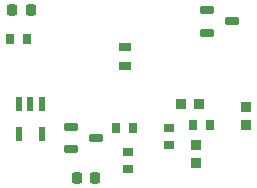
<source format=gbr>
%TF.GenerationSoftware,KiCad,Pcbnew,9.0.4*%
%TF.CreationDate,2025-09-10T15:34:59+03:00*%
%TF.ProjectId,sipm_board,7369706d-5f62-46f6-9172-642e6b696361,0.2.3*%
%TF.SameCoordinates,Original*%
%TF.FileFunction,Paste,Top*%
%TF.FilePolarity,Positive*%
%FSLAX46Y46*%
G04 Gerber Fmt 4.6, Leading zero omitted, Abs format (unit mm)*
G04 Created by KiCad (PCBNEW 9.0.4) date 2025-09-10 15:34:59*
%MOMM*%
%LPD*%
G01*
G04 APERTURE LIST*
G04 Aperture macros list*
%AMRoundRect*
0 Rectangle with rounded corners*
0 $1 Rounding radius*
0 $2 $3 $4 $5 $6 $7 $8 $9 X,Y pos of 4 corners*
0 Add a 4 corners polygon primitive as box body*
4,1,4,$2,$3,$4,$5,$6,$7,$8,$9,$2,$3,0*
0 Add four circle primitives for the rounded corners*
1,1,$1+$1,$2,$3*
1,1,$1+$1,$4,$5*
1,1,$1+$1,$6,$7*
1,1,$1+$1,$8,$9*
0 Add four rect primitives between the rounded corners*
20,1,$1+$1,$2,$3,$4,$5,0*
20,1,$1+$1,$4,$5,$6,$7,0*
20,1,$1+$1,$6,$7,$8,$9,0*
20,1,$1+$1,$8,$9,$2,$3,0*%
G04 Aperture macros list end*
%ADD10RoundRect,0.225000X-0.225000X-0.250000X0.225000X-0.250000X0.225000X0.250000X-0.225000X0.250000X0*%
%ADD11R,0.650000X0.900000*%
%ADD12R,0.900000X0.650000*%
%ADD13RoundRect,0.108750X0.326250X0.356250X-0.326250X0.356250X-0.326250X-0.356250X0.326250X-0.356250X0*%
%ADD14RoundRect,0.075000X-0.540000X-0.225000X0.540000X-0.225000X0.540000X0.225000X-0.540000X0.225000X0*%
%ADD15RoundRect,0.108750X0.356250X-0.326250X0.356250X0.326250X-0.356250X0.326250X-0.356250X-0.326250X0*%
%ADD16RoundRect,0.108750X-0.356250X0.326250X-0.356250X-0.326250X0.356250X-0.326250X0.356250X0.326250X0*%
%ADD17R,1.000000X0.800000*%
%ADD18RoundRect,0.073750X-0.221250X0.531250X-0.221250X-0.531250X0.221250X-0.531250X0.221250X0.531250X0*%
G04 APERTURE END LIST*
D10*
%TO.C,C1*%
X140975000Y-95750000D03*
X142525000Y-95750000D03*
%TD*%
D11*
%TO.C,R4*%
X157725000Y-105500000D03*
X156275000Y-105500000D03*
%TD*%
D12*
%TO.C,R5*%
X154250000Y-107225000D03*
X154250000Y-105775000D03*
%TD*%
%TO.C,R3*%
X150750000Y-109225000D03*
X150750000Y-107775000D03*
%TD*%
D11*
%TO.C,R2*%
X149775000Y-105750000D03*
X151225000Y-105750000D03*
%TD*%
D13*
%TO.C,C5*%
X156780000Y-103750000D03*
X155220000Y-103750000D03*
%TD*%
D14*
%TO.C,Q1*%
X145940000Y-105662500D03*
X145940000Y-107562500D03*
X148060000Y-106612500D03*
%TD*%
D10*
%TO.C,C2*%
X146425000Y-110000000D03*
X147975000Y-110000000D03*
%TD*%
D15*
%TO.C,C4*%
X156500000Y-108780000D03*
X156500000Y-107220000D03*
%TD*%
D16*
%TO.C,C3*%
X160750000Y-103970000D03*
X160750000Y-105530000D03*
%TD*%
D14*
%TO.C,Q2*%
X157440000Y-95800000D03*
X157440000Y-97700000D03*
X159560000Y-96750000D03*
%TD*%
D17*
%TO.C,TH1*%
X150500000Y-100550000D03*
X150500000Y-98950000D03*
%TD*%
D18*
%TO.C,U1*%
X143450000Y-103745000D03*
X142500000Y-103745000D03*
X141550000Y-103745000D03*
X141550000Y-106255000D03*
X143450000Y-106255000D03*
%TD*%
D11*
%TO.C,R1*%
X140775000Y-98250000D03*
X142225000Y-98250000D03*
%TD*%
M02*

</source>
